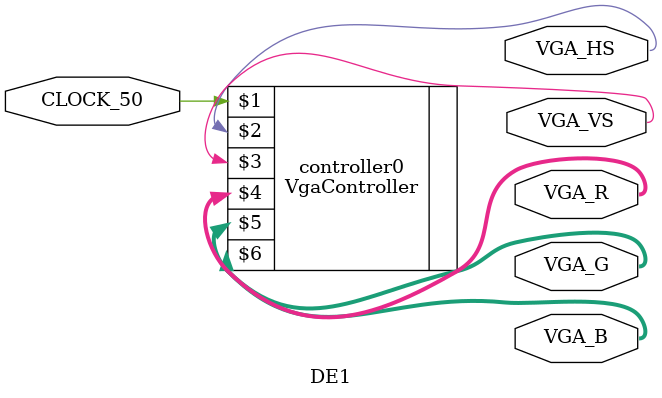
<source format=v>
module DE1(
    input CLOCK_50,
    output [3:0] VGA_R, VGA_G, VGA_B,
    output VGA_HS, VGA_VS);

    VgaController controller0(
        CLOCK_50,
        VGA_HS, VGA_VS,
        VGA_R, VGA_G, VGA_B);
endmodule

</source>
